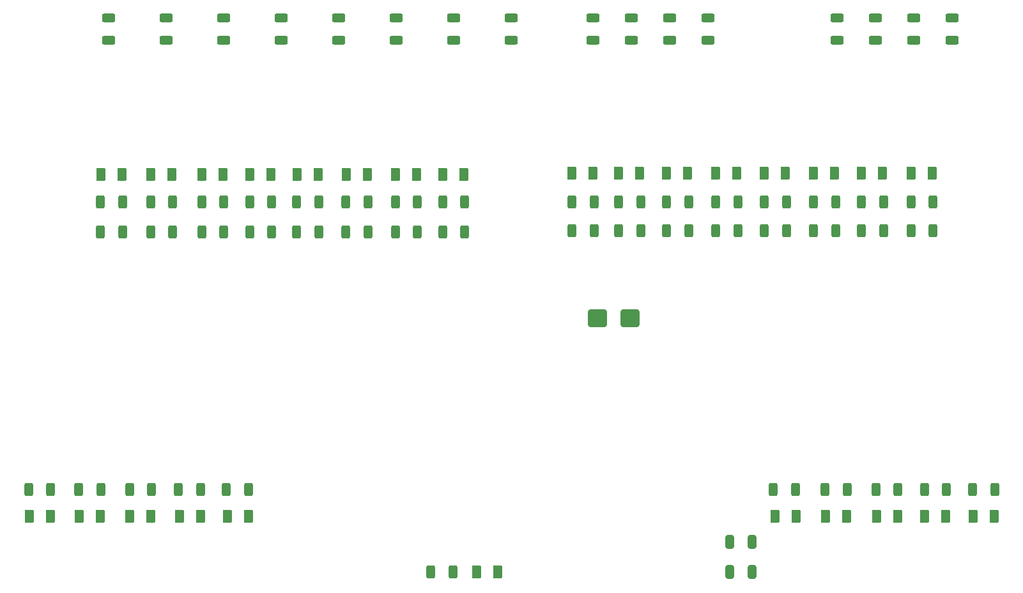
<source format=gbr>
%TF.GenerationSoftware,KiCad,Pcbnew,8.0.1*%
%TF.CreationDate,2024-04-12T11:28:31-03:00*%
%TF.ProjectId,PonchoRema,506f6e63-686f-4526-956d-612e6b696361,rev?*%
%TF.SameCoordinates,Original*%
%TF.FileFunction,Paste,Top*%
%TF.FilePolarity,Positive*%
%FSLAX46Y46*%
G04 Gerber Fmt 4.6, Leading zero omitted, Abs format (unit mm)*
G04 Created by KiCad (PCBNEW 8.0.1) date 2024-04-12 11:28:31*
%MOMM*%
%LPD*%
G01*
G04 APERTURE LIST*
G04 Aperture macros list*
%AMRoundRect*
0 Rectangle with rounded corners*
0 $1 Rounding radius*
0 $2 $3 $4 $5 $6 $7 $8 $9 X,Y pos of 4 corners*
0 Add a 4 corners polygon primitive as box body*
4,1,4,$2,$3,$4,$5,$6,$7,$8,$9,$2,$3,0*
0 Add four circle primitives for the rounded corners*
1,1,$1+$1,$2,$3*
1,1,$1+$1,$4,$5*
1,1,$1+$1,$6,$7*
1,1,$1+$1,$8,$9*
0 Add four rect primitives between the rounded corners*
20,1,$1+$1,$2,$3,$4,$5,0*
20,1,$1+$1,$4,$5,$6,$7,0*
20,1,$1+$1,$6,$7,$8,$9,0*
20,1,$1+$1,$8,$9,$2,$3,0*%
G04 Aperture macros list end*
%ADD10RoundRect,0.250000X0.375000X0.625000X-0.375000X0.625000X-0.375000X-0.625000X0.375000X-0.625000X0*%
%ADD11RoundRect,0.250000X0.312500X0.625000X-0.312500X0.625000X-0.312500X-0.625000X0.312500X-0.625000X0*%
%ADD12RoundRect,0.250000X-0.312500X-0.625000X0.312500X-0.625000X0.312500X0.625000X-0.312500X0.625000X0*%
%ADD13RoundRect,0.250000X0.625000X-0.312500X0.625000X0.312500X-0.625000X0.312500X-0.625000X-0.312500X0*%
%ADD14RoundRect,0.250000X-0.375000X-0.625000X0.375000X-0.625000X0.375000X0.625000X-0.375000X0.625000X0*%
%ADD15RoundRect,0.250000X-0.325000X-0.650000X0.325000X-0.650000X0.325000X0.650000X-0.325000X0.650000X0*%
%ADD16RoundRect,0.250000X-1.000000X-0.900000X1.000000X-0.900000X1.000000X0.900000X-1.000000X0.900000X0*%
G04 APERTURE END LIST*
D10*
%TO.C,D14*%
X71907500Y-80010000D03*
X69107500Y-80010000D03*
%TD*%
D11*
%TO.C,R36*%
X153285000Y-83705000D03*
X150360000Y-83705000D03*
%TD*%
%TO.C,R9*%
X97872500Y-83705000D03*
X94947500Y-83705000D03*
%TD*%
D12*
%TO.C,R53*%
X66272166Y-121767261D03*
X69197166Y-121767261D03*
%TD*%
D11*
%TO.C,R19*%
X78740000Y-87630000D03*
X75815000Y-87630000D03*
%TD*%
%TO.C,R42*%
X140335000Y-83705000D03*
X137410000Y-83705000D03*
%TD*%
D13*
%TO.C,R20*%
X78740000Y-62230000D03*
X78740000Y-59305000D03*
%TD*%
D10*
%TO.C,D0*%
X172605751Y-79895000D03*
X169805751Y-79895000D03*
%TD*%
D14*
%TO.C,D29*%
X178051000Y-125349000D03*
X180851000Y-125349000D03*
%TD*%
%TO.C,D28*%
X171638500Y-125349000D03*
X174438500Y-125349000D03*
%TD*%
D10*
%TO.C,D1*%
X166063251Y-79895000D03*
X163263251Y-79895000D03*
%TD*%
%TO.C,D7*%
X127713251Y-79895000D03*
X124913251Y-79895000D03*
%TD*%
D12*
%TO.C,R56*%
X151568500Y-121793000D03*
X154493500Y-121793000D03*
%TD*%
%TO.C,R60*%
X177988500Y-121793000D03*
X180913500Y-121793000D03*
%TD*%
D13*
%TO.C,R32*%
X170180000Y-62235000D03*
X170180000Y-59310000D03*
%TD*%
D11*
%TO.C,R21*%
X71990000Y-83705000D03*
X69065000Y-83705000D03*
%TD*%
D10*
%TO.C,D3*%
X153170751Y-79895000D03*
X150370751Y-79895000D03*
%TD*%
D11*
%TO.C,R48*%
X127827500Y-83705000D03*
X124902500Y-83705000D03*
%TD*%
D12*
%TO.C,R51*%
X52893500Y-121767261D03*
X55818500Y-121767261D03*
%TD*%
D11*
%TO.C,R13*%
X91330000Y-87630000D03*
X88405000Y-87630000D03*
%TD*%
D10*
%TO.C,D12*%
X85007500Y-80010000D03*
X82207500Y-80010000D03*
%TD*%
D14*
%TO.C,D27*%
X165224000Y-125349000D03*
X168024000Y-125349000D03*
%TD*%
D11*
%TO.C,R25*%
X65340000Y-87630000D03*
X62415000Y-87630000D03*
%TD*%
D12*
%TO.C,R52*%
X59541166Y-121767261D03*
X62466166Y-121767261D03*
%TD*%
D14*
%TO.C,D21*%
X59628500Y-125323261D03*
X62428500Y-125323261D03*
%TD*%
D12*
%TO.C,R57*%
X158426500Y-121793000D03*
X161351500Y-121793000D03*
%TD*%
D11*
%TO.C,R33*%
X159827500Y-83705000D03*
X156902500Y-83705000D03*
%TD*%
%TO.C,R4*%
X110682500Y-87630000D03*
X107757500Y-87630000D03*
%TD*%
D13*
%TO.C,R38*%
X160020000Y-62235000D03*
X160020000Y-59310000D03*
%TD*%
D14*
%TO.C,D22*%
X66315834Y-125323261D03*
X69115834Y-125323261D03*
%TD*%
D13*
%TO.C,R17*%
X86360000Y-62230000D03*
X86360000Y-59305000D03*
%TD*%
D10*
%TO.C,D8*%
X110600000Y-80010000D03*
X107800000Y-80010000D03*
%TD*%
D11*
%TO.C,R46*%
X133985000Y-87515000D03*
X131060000Y-87515000D03*
%TD*%
D10*
%TO.C,D11*%
X91247500Y-80010000D03*
X88447500Y-80010000D03*
%TD*%
D11*
%TO.C,R12*%
X91330000Y-83705000D03*
X88405000Y-83705000D03*
%TD*%
%TO.C,R49*%
X127827500Y-87515000D03*
X124902500Y-87515000D03*
%TD*%
D13*
%TO.C,R23*%
X71120000Y-62235000D03*
X71120000Y-59310000D03*
%TD*%
D12*
%TO.C,R55*%
X79111500Y-121763000D03*
X82036500Y-121763000D03*
%TD*%
%TO.C,R59*%
X171576000Y-121793000D03*
X174501000Y-121793000D03*
%TD*%
D11*
%TO.C,R10*%
X97872500Y-87630000D03*
X94947500Y-87630000D03*
%TD*%
D13*
%TO.C,R29*%
X175260000Y-62235000D03*
X175260000Y-59310000D03*
%TD*%
D11*
%TO.C,R37*%
X153285000Y-87515000D03*
X150360000Y-87515000D03*
%TD*%
%TO.C,R30*%
X166177500Y-83705000D03*
X163252500Y-83705000D03*
%TD*%
D10*
%TO.C,D5*%
X140220751Y-79895000D03*
X137420751Y-79895000D03*
%TD*%
D11*
%TO.C,R31*%
X166177500Y-87515000D03*
X163252500Y-87515000D03*
%TD*%
%TO.C,R22*%
X71990000Y-87630000D03*
X69065000Y-87630000D03*
%TD*%
D14*
%TO.C,D23*%
X72892000Y-125323261D03*
X75692000Y-125323261D03*
%TD*%
D13*
%TO.C,R26*%
X63500000Y-62230000D03*
X63500000Y-59305000D03*
%TD*%
D10*
%TO.C,D10*%
X97790000Y-80010000D03*
X94990000Y-80010000D03*
%TD*%
D11*
%TO.C,R18*%
X78740000Y-83705000D03*
X75815000Y-83705000D03*
%TD*%
D15*
%TO.C,C1*%
X145767000Y-128730000D03*
X148717000Y-128730000D03*
%TD*%
D14*
%TO.C,D20*%
X53024500Y-125323261D03*
X55824500Y-125323261D03*
%TD*%
D11*
%TO.C,R39*%
X146877500Y-83705000D03*
X143952500Y-83705000D03*
%TD*%
D13*
%TO.C,R11*%
X101600000Y-62230000D03*
X101600000Y-59305000D03*
%TD*%
D11*
%TO.C,R3*%
X110682500Y-83705000D03*
X107757500Y-83705000D03*
%TD*%
D15*
%TO.C,C2*%
X145767000Y-132715000D03*
X148717000Y-132715000D03*
%TD*%
D13*
%TO.C,R50*%
X127635000Y-62235000D03*
X127635000Y-59310000D03*
%TD*%
D10*
%TO.C,D9*%
X104317813Y-80010000D03*
X101517813Y-80010000D03*
%TD*%
%TO.C,D2*%
X159713251Y-79895000D03*
X156913251Y-79895000D03*
%TD*%
D11*
%TO.C,R27*%
X172720000Y-83705000D03*
X169795000Y-83705000D03*
%TD*%
%TO.C,R24*%
X65340000Y-83705000D03*
X62415000Y-83705000D03*
%TD*%
%TO.C,R34*%
X159827500Y-87515000D03*
X156902500Y-87515000D03*
%TD*%
%TO.C,R7*%
X104400313Y-87630000D03*
X101475313Y-87630000D03*
%TD*%
D14*
%TO.C,D24*%
X79242000Y-125349000D03*
X82042000Y-125349000D03*
%TD*%
D11*
%TO.C,R2*%
X109097000Y-132715000D03*
X106172000Y-132715000D03*
%TD*%
%TO.C,R15*%
X85090000Y-83705000D03*
X82165000Y-83705000D03*
%TD*%
D10*
%TO.C,D15*%
X65257500Y-80010000D03*
X62457500Y-80010000D03*
%TD*%
D13*
%TO.C,R44*%
X137795000Y-62235000D03*
X137795000Y-59310000D03*
%TD*%
%TO.C,R5*%
X116840000Y-62230000D03*
X116840000Y-59305000D03*
%TD*%
D11*
%TO.C,R40*%
X146877500Y-87515000D03*
X143952500Y-87515000D03*
%TD*%
%TO.C,R28*%
X172720000Y-87515000D03*
X169795000Y-87515000D03*
%TD*%
D13*
%TO.C,R47*%
X132715000Y-62235000D03*
X132715000Y-59310000D03*
%TD*%
%TO.C,R14*%
X93980000Y-62230000D03*
X93980000Y-59305000D03*
%TD*%
D11*
%TO.C,R43*%
X140335000Y-87515000D03*
X137410000Y-87515000D03*
%TD*%
%TO.C,R45*%
X133985000Y-83705000D03*
X131060000Y-83705000D03*
%TD*%
D14*
%TO.C,D25*%
X151823500Y-125349000D03*
X154623500Y-125349000D03*
%TD*%
D16*
%TO.C,D18*%
X128270000Y-99060000D03*
X132570000Y-99060000D03*
%TD*%
D11*
%TO.C,R6*%
X104400313Y-83705000D03*
X101475313Y-83705000D03*
%TD*%
D10*
%TO.C,D6*%
X133870751Y-79895000D03*
X131070751Y-79895000D03*
%TD*%
D13*
%TO.C,R35*%
X165100000Y-62235000D03*
X165100000Y-59310000D03*
%TD*%
D11*
%TO.C,R16*%
X85090000Y-87630000D03*
X82165000Y-87630000D03*
%TD*%
D13*
%TO.C,R41*%
X142875000Y-62235000D03*
X142875000Y-59310000D03*
%TD*%
D10*
%TO.C,D4*%
X146763251Y-79895000D03*
X143963251Y-79895000D03*
%TD*%
D13*
%TO.C,R8*%
X109220000Y-62230000D03*
X109220000Y-59305000D03*
%TD*%
D12*
%TO.C,R58*%
X165161500Y-121793000D03*
X168086500Y-121793000D03*
%TD*%
D10*
%TO.C,D13*%
X78657500Y-80010000D03*
X75857500Y-80010000D03*
%TD*%
%TO.C,D17*%
X115065000Y-132715000D03*
X112265000Y-132715000D03*
%TD*%
D12*
%TO.C,R54*%
X72765000Y-121767261D03*
X75690000Y-121767261D03*
%TD*%
D14*
%TO.C,D26*%
X158489000Y-125349000D03*
X161289000Y-125349000D03*
%TD*%
M02*

</source>
